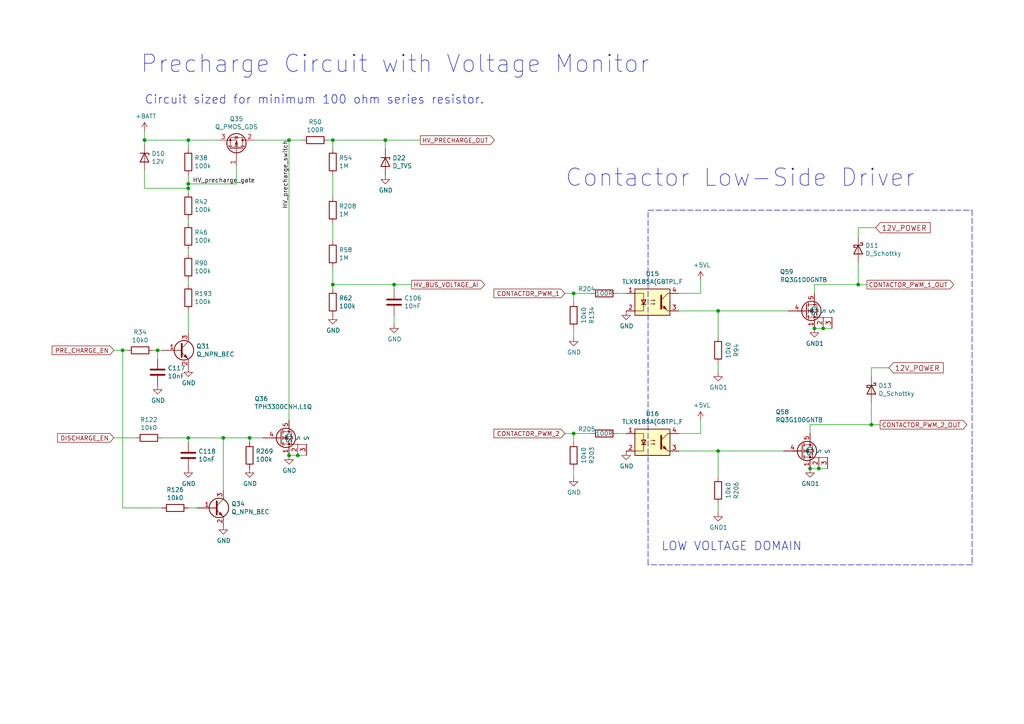
<source format=kicad_sch>
(kicad_sch (version 20211123) (generator eeschema)
  (paper "A4")
  (lib_symbols
    (symbol "Device:C" (pin_numbers hide) (pin_names (offset 0.254))
      (property "Reference" "C" (at 0.635 2.54 0))
      (property "Value" "C" (at 0.635 -2.54 0))
      (symbol "C_0_1"
        (polyline (pts (xy -2.032 -0.762) (xy 2.032 -0.762)) (stroke (width 0.508)))
        (polyline (pts (xy -2.032 0.762) (xy 2.032 0.762)) (stroke (width 0.508)))
      )
      (symbol "C_1_1"
        (pin passive line (at 0 3.81 270) (length 2.794) (name "~") (number "1"))
        (pin passive line (at 0 -3.81 90) (length 2.794) (name "~") (number "2"))
      )
    )
    (symbol "Device:D_Schottky" (pin_numbers hide) (pin_names (offset 1.016) hide)
      (property "Reference" "D" (at 0 2.54 0))
      (property "Value" "D_Schottky" (at 0 -2.54 0))
      (symbol "D_Schottky_0_1"
        (polyline (pts (xy 1.27 0) (xy -1.27 0)))
        (polyline (pts (xy 1.27 1.27) (xy 1.27 -1.27) (xy -1.27 0) (xy 1.27 1.27)) (stroke (width 0.254)))
        (polyline (pts (xy -1.905 0.635) (xy -1.905 1.27) (xy -1.27 1.27) (xy -1.27 -1.27) (xy -0.635 -1.27) (xy -0.635 -0.635)) (stroke (width 0.254)))
      )
      (symbol "D_Schottky_1_1"
        (pin passive line (at -3.81 0 0) (length 2.54) (name "K") (number "1"))
        (pin passive line (at 3.81 0 180) (length 2.54) (name "A") (number "2"))
      )
    )
    (symbol "Device:D_Zener" (pin_numbers hide) (pin_names (offset 1.016) hide)
      (property "Reference" "D" (at 0 2.54 0))
      (property "Value" "D_Zener" (at 0 -2.54 0))
      (symbol "D_Zener_0_1"
        (polyline (pts (xy 1.27 0) (xy -1.27 0)))
        (polyline (pts (xy -1.27 -1.27) (xy -1.27 1.27) (xy -0.762 1.27)) (stroke (width 0.254)))
        (polyline (pts (xy 1.27 -1.27) (xy 1.27 1.27) (xy -1.27 0) (xy 1.27 -1.27)) (stroke (width 0.254)))
      )
      (symbol "D_Zener_1_1"
        (pin passive line (at -3.81 0 0) (length 2.54) (name "K") (number "1"))
        (pin passive line (at 3.81 0 180) (length 2.54) (name "A") (number "2"))
      )
    )
    (symbol "Device:Q_NPN_BEC" (pin_names (offset 0) hide)
      (property "Reference" "Q" (at 5.08 1.27 0))
      (property "Value" "Q_NPN_BEC" (at 5.08 -1.27 0))
      (symbol "Q_NPN_BEC_0_1"
        (polyline (pts (xy 0.635 0.635) (xy 2.54 2.54)))
        (polyline (pts (xy 0.635 -0.635) (xy 2.54 -2.54) (xy 2.54 -2.54)))
        (polyline (pts (xy 0.635 1.905) (xy 0.635 -1.905) (xy 0.635 -1.905)) (stroke (width 0.508)))
        (polyline (pts (xy 1.27 -1.778) (xy 1.778 -1.27) (xy 2.286 -2.286) (xy 1.27 -1.778) (xy 1.27 -1.778)) (fill (type outline)))
        (circle (center 1.27 0) (radius 2.8194) (stroke (width 0.254)))
      )
      (symbol "Q_NPN_BEC_1_1"
        (pin input line (at -5.08 0 0) (length 5.715) (name "B") (number "1"))
        (pin passive line (at 2.54 -5.08 90) (length 2.54) (name "E") (number "2"))
        (pin passive line (at 2.54 5.08 270) (length 2.54) (name "C") (number "3"))
      )
    )
    (symbol "Device:Q_PMOS_GDS" (pin_names (offset 0) hide)
      (property "Reference" "Q" (at 5.08 1.27 0))
      (property "Value" "Q_PMOS_GDS" (at 5.08 -1.27 0))
      (symbol "Q_PMOS_GDS_0_1"
        (polyline (pts (xy 0.254 0) (xy -2.54 0)))
        (polyline (pts (xy 0.254 1.905) (xy 0.254 -1.905)) (stroke (width 0.254)))
        (polyline (pts (xy 0.762 -1.27) (xy 0.762 -2.286)) (stroke (width 0.254)))
        (polyline (pts (xy 0.762 0.508) (xy 0.762 -0.508)) (stroke (width 0.254)))
        (polyline (pts (xy 0.762 2.286) (xy 0.762 1.27)) (stroke (width 0.254)))
        (polyline (pts (xy 2.54 2.54) (xy 2.54 1.778)))
        (polyline (pts (xy 2.54 -2.54) (xy 2.54 0) (xy 0.762 0)))
        (polyline (pts (xy 0.762 1.778) (xy 3.302 1.778) (xy 3.302 -1.778) (xy 0.762 -1.778)))
        (polyline (pts (xy 2.286 0) (xy 1.27 0.381) (xy 1.27 -0.381) (xy 2.286 0)) (fill (type outline)))
        (polyline (pts (xy 2.794 -0.508) (xy 2.921 -0.381) (xy 3.683 -0.381) (xy 3.81 -0.254)))
        (polyline (pts (xy 3.302 -0.381) (xy 2.921 0.254) (xy 3.683 0.254) (xy 3.302 -0.381)))
        (circle (center 1.651 0) (radius 2.794) (stroke (width 0.254)))
        (circle (center 2.54 -1.778) (radius 0.254) (fill (type outline)))
        (circle (center 2.54 1.778) (radius 0.254) (fill (type outline)))
      )
      (symbol "Q_PMOS_GDS_1_1"
        (pin input line (at -5.08 0 0) (length 2.54) (name "G") (number "1"))
        (pin passive line (at 2.54 5.08 270) (length 2.54) (name "D") (number "2"))
        (pin passive line (at 2.54 -5.08 90) (length 2.54) (name "S") (number "3"))
      )
    )
    (symbol "Device:R" (pin_numbers hide) (pin_names (offset 0))
      (property "Reference" "R" (at 2.032 0 90))
      (property "Value" "R" (at 0 0 90))
      (symbol "R_0_1"
        (rectangle (start -1.016 -2.54) (end 1.016 2.54) (stroke (width 0.254)))
      )
      (symbol "R_1_1"
        (pin passive line (at 0 3.81 270) (length 1.27) (name "~") (number "1"))
        (pin passive line (at 0 -3.81 90) (length 1.27) (name "~") (number "2"))
      )
    )
    (symbol "ICs:Q_NMOS_SSSGD" (pin_names (offset 1.016))
      (property "Reference" "U" (at 0 0 0))
      (property "Value" "Q_NMOS_SSSGD" (at 0 0 0))
      (symbol "Q_NMOS_SSSGD_0_1"
        (polyline (pts (xy 20.32 -12.065) (xy 15.24 -12.065)))
      )
      (symbol "Q_NMOS_SSSGD_1_1"
        (polyline (pts (xy 12.954 -10.16) (xy 10.16 -10.16)))
        (polyline (pts (xy 12.954 -8.255) (xy 12.954 -12.065)) (stroke (width 0.254)))
        (polyline (pts (xy 13.462 -11.43) (xy 13.462 -12.446)) (stroke (width 0.254)))
        (polyline (pts (xy 13.462 -9.652) (xy 13.462 -10.668)) (stroke (width 0.254)))
        (polyline (pts (xy 13.462 -7.874) (xy 13.462 -8.89)) (stroke (width 0.254)))
        (polyline (pts (xy 15.24 -7.62) (xy 15.24 -8.382)))
        (polyline (pts (xy 15.24 -12.7) (xy 15.24 -10.16) (xy 13.462 -10.16)))
        (polyline (pts (xy 13.462 -11.938) (xy 16.002 -11.938) (xy 16.002 -8.382) (xy 13.462 -8.382)))
        (polyline (pts (xy 13.716 -10.16) (xy 14.732 -9.779) (xy 14.732 -10.541) (xy 13.716 -10.16)) (fill (type outline)))
        (polyline (pts (xy 15.494 -9.652) (xy 15.621 -9.779) (xy 16.383 -9.779) (xy 16.51 -9.906)))
        (polyline (pts (xy 16.002 -9.779) (xy 15.621 -10.414) (xy 16.383 -10.414) (xy 16.002 -9.779)))
        (circle (center 14.351 -10.16) (radius 2.794) (stroke (width 0.254)))
        (circle (center 15.24 -11.938) (radius 0.254) (fill (type outline)))
        (circle (center 15.24 -8.382) (radius 0.254) (fill (type outline)))
        (pin passive line (at 15.24 -15.24 90) (length 2.54) (name "S") (number "1"))
        (pin passive line (at 17.78 -15.24 90) (length 3.2512) (name "S") (number "2"))
        (pin passive line (at 20.32 -15.24 90) (length 3.2512) (name "S") (number "3"))
        (pin input line (at 7.62 -10.16 0) (length 5.08) (name "G") (number "4"))
        (pin passive line (at 15.24 -5.08 270) (length 2.54) (name "D") (number "5"))
      )
    )
    (symbol "Isolator:SFH617A-1" (pin_names (offset 1.016))
      (property "Reference" "U" (at -5.08 5.08 0))
      (property "Value" "SFH617A-1" (at 0 5.08 0))
      (symbol "SFH617A-1_0_1"
        (rectangle (start -5.08 3.81) (end 5.08 -3.81) (stroke (width 0.254)) (fill (type background)))
        (polyline (pts (xy -3.175 -0.635) (xy -1.905 -0.635)) (stroke (width 0.254)))
        (polyline (pts (xy 2.54 0.635) (xy 4.445 2.54)))
        (polyline (pts (xy 4.445 -2.54) (xy 2.54 -0.635)) (fill (type outline)))
        (polyline (pts (xy 4.445 -2.54) (xy 5.08 -2.54)))
        (polyline (pts (xy 4.445 2.54) (xy 5.08 2.54)))
        (polyline (pts (xy -2.54 -0.635) (xy -2.54 -2.54) (xy -5.08 -2.54)))
        (polyline (pts (xy 2.54 1.905) (xy 2.54 -1.905) (xy 2.54 -1.905)) (stroke (width 0.508)))
        (polyline (pts (xy -5.08 2.54) (xy -2.54 2.54) (xy -2.54 -1.27) (xy -2.54 0.635)))
        (polyline (pts (xy -2.54 -0.635) (xy -3.175 0.635) (xy -1.905 0.635) (xy -2.54 -0.635)) (stroke (width 0.254)))
        (polyline (pts (xy -0.508 -0.508) (xy 0.762 -0.508) (xy 0.381 -0.635) (xy 0.381 -0.381) (xy 0.762 -0.508)))
        (polyline (pts (xy -0.508 0.508) (xy 0.762 0.508) (xy 0.381 0.381) (xy 0.381 0.635) (xy 0.762 0.508)))
        (polyline (pts (xy 3.048 -1.651) (xy 3.556 -1.143) (xy 4.064 -2.159) (xy 3.048 -1.651) (xy 3.048 -1.651)) (fill (type outline)))
      )
      (symbol "SFH617A-1_1_1"
        (pin passive line (at -7.62 2.54 0) (length 2.54) (name "~") (number "1"))
        (pin passive line (at -7.62 -2.54 0) (length 2.54) (name "~") (number "2"))
        (pin passive line (at 7.62 -2.54 180) (length 2.54) (name "~") (number "3"))
        (pin passive line (at 7.62 2.54 180) (length 2.54) (name "~") (number "4"))
      )
    )
    (symbol "power:+5VL" (power) (pin_names (offset 0))
      (property "Value" "+5VL" (at 0 3.556 0))
      (symbol "+5VL_0_1"
        (polyline (pts (xy -0.762 1.27) (xy 0 2.54)))
        (polyline (pts (xy 0 0) (xy 0 2.54)))
        (polyline (pts (xy 0 2.54) (xy 0.762 1.27)))
      )
      (symbol "+5VL_1_1"
        (pin power_in line (at 0 0 90) (length 0) hide (name "+5VL") (number "1"))
      )
    )
    (symbol "power:+BATT" (power) (pin_names (offset 0))
      (property "Value" "+BATT" (at 0 3.556 0))
      (symbol "+BATT_0_1"
        (polyline (pts (xy -0.762 1.27) (xy 0 2.54)))
        (polyline (pts (xy 0 0) (xy 0 2.54)))
        (polyline (pts (xy 0 2.54) (xy 0.762 1.27)))
      )
      (symbol "+BATT_1_1"
        (pin power_in line (at 0 0 90) (length 0) hide (name "+BATT") (number "1"))
      )
    )
    (symbol "power:GND" (power) (pin_names (offset 0))
      (property "Value" "GND" (at 0 -3.81 0))
      (symbol "GND_0_1"
        (polyline (pts (xy 0 0) (xy 0 -1.27) (xy 1.27 -1.27) (xy 0 -2.54) (xy -1.27 -1.27) (xy 0 -1.27)))
      )
      (symbol "GND_1_1"
        (pin power_in line (at 0 0 270) (length 0) hide (name "GND") (number "1"))
      )
    )
    (symbol "power:GND1" (power) (pin_names (offset 0))
      (property "Value" "GND1" (at 0 -3.81 0))
      (symbol "GND1_0_1"
        (polyline (pts (xy 0 0) (xy 0 -1.27) (xy 1.27 -1.27) (xy 0 -2.54) (xy -1.27 -1.27) (xy 0 -1.27)))
      )
      (symbol "GND1_1_1"
        (pin power_in line (at 0 0 270) (length 0) hide (name "GND1") (number "1"))
      )
    )
  )
  (junction (at 166.37 125.73))
  (junction (at 35.56 101.6))
  (junction (at 54.61 40.64))
  (junction (at 64.77 127))
  (junction (at 41.91 40.64))
  (junction (at 111.76 40.64))
  (junction (at 248.92 82.55))
  (junction (at 166.37 85.09))
  (junction (at 96.52 40.64))
  (junction (at 54.61 53.34))
  (junction (at 72.39 127))
  (junction (at 208.28 130.81))
  (junction (at 54.61 54.61))
  (junction (at 208.28 90.17))
  (junction (at 234.95 135.89))
  (junction (at 83.82 132.08))
  (junction (at 86.36 132.08))
  (junction (at 238.76 95.25))
  (junction (at 83.82 40.64))
  (junction (at 54.61 127))
  (junction (at 96.52 82.55))
  (junction (at 114.3 82.55))
  (junction (at 252.73 123.19))
  (junction (at 45.72 101.6))
  (junction (at 237.49 135.89))
  (junction (at 236.22 95.25))
  (wire (pts (xy 251.46 82.55) (xy 248.92 82.55)))
  (wire (pts (xy 248.92 66.04) (xy 248.92 68.58)))
  (wire (pts (xy 252.73 116.84) (xy 252.73 123.19)))
  (wire (pts (xy 96.52 40.64) (xy 96.52 43.18)))
  (wire (pts (xy 72.39 128.27) (xy 72.39 127)))
  (wire (pts (xy 237.49 135.89) (xy 240.03 135.89)))
  (wire (pts (xy 83.82 121.92) (xy 83.82 40.64)))
  (wire (pts (xy 83.82 40.64) (xy 87.63 40.64)))
  (wire (pts (xy 54.61 50.8) (xy 54.61 53.34)))
  (wire (pts (xy 54.61 53.34) (xy 54.61 54.61)))
  (wire (pts (xy 234.95 123.19) (xy 252.73 123.19)))
  (wire (pts (xy 254 66.04) (xy 248.92 66.04)))
  (wire (pts (xy 33.02 127) (xy 39.37 127)))
  (wire (pts (xy 45.72 101.6) (xy 44.45 101.6)))
  (wire (pts (xy 111.76 40.64) (xy 121.92 40.64)))
  (wire (pts (xy 203.2 81.28) (xy 203.2 85.09)))
  (wire (pts (xy 41.91 41.91) (xy 41.91 40.64)))
  (wire (pts (xy 54.61 127) (xy 64.77 127)))
  (wire (pts (xy 248.92 76.2) (xy 248.92 82.55)))
  (wire (pts (xy 35.56 101.6) (xy 35.56 147.32)))
  (wire (pts (xy 54.61 73.66) (xy 54.61 72.39)))
  (wire (pts (xy 234.95 123.19) (xy 234.95 125.73)))
  (wire (pts (xy 96.52 40.64) (xy 95.25 40.64)))
  (wire (pts (xy 46.99 127) (xy 54.61 127)))
  (wire (pts (xy 73.66 40.64) (xy 83.82 40.64)))
  (polyline (pts (xy 187.96 163.83) (xy 187.96 60.96)))
  (wire (pts (xy 54.61 82.55) (xy 54.61 81.28)))
  (wire (pts (xy 166.37 95.25) (xy 166.37 97.79)))
  (wire (pts (xy 255.27 123.19) (xy 252.73 123.19)))
  (wire (pts (xy 196.85 130.81) (xy 208.28 130.81)))
  (wire (pts (xy 166.37 85.09) (xy 171.45 85.09)))
  (wire (pts (xy 208.28 90.17) (xy 228.6 90.17)))
  (wire (pts (xy 54.61 54.61) (xy 54.61 55.88)))
  (wire (pts (xy 238.76 95.25) (xy 241.3 95.25)))
  (wire (pts (xy 41.91 54.61) (xy 41.91 49.53)))
  (wire (pts (xy 111.76 43.18) (xy 111.76 40.64)))
  (wire (pts (xy 96.52 77.47) (xy 96.52 82.55)))
  (wire (pts (xy 96.52 50.8) (xy 96.52 57.15)))
  (wire (pts (xy 208.28 146.05) (xy 208.28 148.59)))
  (wire (pts (xy 41.91 40.64) (xy 41.91 38.1)))
  (wire (pts (xy 68.58 53.34) (xy 68.58 48.26)))
  (wire (pts (xy 72.39 127) (xy 76.2 127)))
  (wire (pts (xy 114.3 91.44) (xy 114.3 93.98)))
  (wire (pts (xy 41.91 40.64) (xy 54.61 40.64)))
  (wire (pts (xy 252.73 106.68) (xy 252.73 109.22)))
  (wire (pts (xy 236.22 95.25) (xy 238.76 95.25)))
  (wire (pts (xy 203.2 85.09) (xy 196.85 85.09)))
  (wire (pts (xy 163.83 85.09) (xy 166.37 85.09)))
  (wire (pts (xy 54.61 128.27) (xy 54.61 127)))
  (wire (pts (xy 96.52 82.55) (xy 114.3 82.55)))
  (wire (pts (xy 166.37 135.89) (xy 166.37 138.43)))
  (wire (pts (xy 83.82 132.08) (xy 86.36 132.08)))
  (wire (pts (xy 35.56 101.6) (xy 36.83 101.6)))
  (wire (pts (xy 64.77 127) (xy 64.77 142.24)))
  (wire (pts (xy 46.99 101.6) (xy 45.72 101.6)))
  (wire (pts (xy 86.36 132.08) (xy 88.9 132.08)))
  (wire (pts (xy 119.38 82.55) (xy 114.3 82.55)))
  (wire (pts (xy 236.22 82.55) (xy 236.22 85.09)))
  (wire (pts (xy 208.28 90.17) (xy 208.28 97.79)))
  (polyline (pts (xy 187.96 60.96) (xy 281.94 60.96)))
  (polyline (pts (xy 281.94 163.83) (xy 187.96 163.83)))
  (wire (pts (xy 179.07 85.09) (xy 181.61 85.09)))
  (wire (pts (xy 96.52 40.64) (xy 111.76 40.64)))
  (polyline (pts (xy 281.94 60.96) (xy 281.94 163.83)))
  (wire (pts (xy 236.22 82.55) (xy 248.92 82.55)))
  (wire (pts (xy 208.28 130.81) (xy 227.33 130.81)))
  (wire (pts (xy 208.28 105.41) (xy 208.28 107.95)))
  (wire (pts (xy 45.72 101.6) (xy 45.72 104.14)))
  (wire (pts (xy 163.83 125.73) (xy 166.37 125.73)))
  (wire (pts (xy 54.61 53.34) (xy 68.58 53.34)))
  (wire (pts (xy 64.77 127) (xy 72.39 127)))
  (wire (pts (xy 54.61 54.61) (xy 41.91 54.61)))
  (wire (pts (xy 196.85 90.17) (xy 208.28 90.17)))
  (wire (pts (xy 179.07 125.73) (xy 181.61 125.73)))
  (wire (pts (xy 35.56 147.32) (xy 46.99 147.32)))
  (wire (pts (xy 96.52 82.55) (xy 96.52 83.82)))
  (wire (pts (xy 114.3 83.82) (xy 114.3 82.55)))
  (wire (pts (xy 54.61 40.64) (xy 63.5 40.64)))
  (wire (pts (xy 54.61 43.18) (xy 54.61 40.64)))
  (wire (pts (xy 96.52 64.77) (xy 96.52 69.85)))
  (wire (pts (xy 54.61 147.32) (xy 57.15 147.32)))
  (wire (pts (xy 203.2 125.73) (xy 196.85 125.73)))
  (wire (pts (xy 234.95 135.89) (xy 237.49 135.89)))
  (wire (pts (xy 257.81 106.68) (xy 252.73 106.68)))
  (wire (pts (xy 33.02 101.6) (xy 35.56 101.6)))
  (wire (pts (xy 166.37 128.27) (xy 166.37 125.73)))
  (wire (pts (xy 54.61 96.52) (xy 54.61 90.17)))
  (wire (pts (xy 166.37 125.73) (xy 171.45 125.73)))
  (wire (pts (xy 208.28 130.81) (xy 208.28 138.43)))
  (wire (pts (xy 166.37 87.63) (xy 166.37 85.09)))
  (wire (pts (xy 54.61 63.5) (xy 54.61 64.77)))
  (wire (pts (xy 203.2 121.92) (xy 203.2 125.73)))
  (text "Contactor Low-Side Driver" (at 163.83 54.61 0) (effects (font (size 5.0038 5.0038)) (justify left bottom)))
  (text "Precharge Circuit with Voltage Monitor" (at 40.64 21.59 0) (effects (font (size 5.0038 5.0038)) (justify left bottom)))
  (text "LOW VOLTAGE DOMAIN" (at 191.77 160.02 0) (effects (font (size 2.4892 2.4892)) (justify left bottom)))
  (text "Circuit sized for minimum 100 ohm series resistor." (at 41.91 30.48 0) (effects (font (size 2.4892 2.4892)) (justify left bottom)))
  (label "HV_precharge_gate" (at 55.88 53.34 0))
  (label "HV_precharge_switch" (at 83.82 40.64 270))
  (global_label "12V_POWER" (shape input) (at 257.81 106.68 0) (effects (font (size 1.4986 1.4986))) (property "Intersheet References" "${INTERSHEET_REFS}" (effects hide)))
  (global_label "12V_POWER" (shape input) (at 254 66.04 0) (effects (font (size 1.4986 1.4986))) (property "Intersheet References" "${INTERSHEET_REFS}" (effects hide)))
  (global_label "CONTACTOR_PWM_1" (shape input) (at 163.83 85.09 180) (property "Intersheet References" "${INTERSHEET_REFS}" (effects hide)))
  (global_label "CONTACTOR_PWM_2" (shape input) (at 163.83 125.73 180) (property "Intersheet References" "${INTERSHEET_REFS}" (effects hide)))
  (global_label "CONTACTOR_PWM_1_OUT" (shape output) (at 251.46 82.55 0) (property "Intersheet References" "${INTERSHEET_REFS}" (effects hide)))
  (global_label "DISCHARGE_EN" (shape input) (at 33.02 127 180) (property "Intersheet References" "${INTERSHEET_REFS}" (effects hide)))
  (global_label "HV_BUS_VOLTAGE_AI" (shape output) (at 119.38 82.55 0) (property "Intersheet References" "${INTERSHEET_REFS}" (effects hide)))
  (global_label "CONTACTOR_PWM_2_OUT" (shape output) (at 255.27 123.19 0) (property "Intersheet References" "${INTERSHEET_REFS}" (effects hide)))
  (global_label "PRE_CHARGE_EN" (shape input) (at 33.02 101.6 180) (property "Intersheet References" "${INTERSHEET_REFS}" (effects hide)))
  (global_label "HV_PRECHARGE_OUT" (shape output) (at 121.92 40.64 0) (property "Intersheet References" "${INTERSHEET_REFS}" (effects hide)))
  (symbol (lib_id "power:+BATT") (at 41.91 38.1 0) (unit 1)
    (property "Reference" "#PWR0160" (effects hide))
    (property "Value" "+BATT" (at 42.291 33.7058 0))
  )
  (symbol (lib_id "Device:R") (at 91.44 40.64 270) (unit 1)
    (property "Reference" "R50" (at 91.44 35.3822 90))
    (property "Value" "100R" (at 91.44 37.6936 90))
    (property "Footprint" "Resistor_THT:R_Axial_Power_L50.0mm_W9.0mm_P55.88mm" (effects hide))
    (property "Datasheet" "https://www.yageo.com/upload/media/product/productsearch/datasheet/lr/YAGEO%20SQP_NSP_datasheet_2021v0.pdf" (effects hide))
    (property "MPN" "SQP10AJB-100R" (effects hide))
    (property "Part Number" "SQP10AJB-100R" (effects hide))
    (property "Digikey_PN" "100W-10-ND" (effects hide))
  )
  (symbol (lib_id "Device:R") (at 54.61 46.99 180) (unit 1)
    (property "Reference" "R38" (at 56.388 45.8216 0) (effects (justify right)))
    (property "Value" "100k" (at 56.388 48.133 0) (effects (justify right)))
    (property "Footprint" "Resistor_SMD:R_0603_1608Metric" (effects hide))
    (property "Datasheet" "https://www.seielect.com/catalog/sei-rmcf_rmcp.pdf" (effects hide))
    (property "MPN" "RMCF0603FT100K" (effects hide))
    (property "Part Number" "RMCF0603FT100K" (effects hide))
    (property "Digikey_PN" "RMCF0603FT100KCT-ND" (effects hide))
  )
  (symbol (lib_id "Device:R") (at 54.61 59.69 180) (unit 1)
    (property "Reference" "R42" (at 56.388 58.5216 0) (effects (justify right)))
    (property "Value" "100k" (at 56.388 60.833 0) (effects (justify right)))
    (property "Footprint" "Resistor_SMD:R_0603_1608Metric" (effects hide))
    (property "Datasheet" "https://www.seielect.com/catalog/sei-rmcf_rmcp.pdf" (effects hide))
    (property "MPN" "RMCF0603FT100K" (effects hide))
    (property "Part Number" "RMCF0603FT100K" (effects hide))
    (property "Digikey_PN" "RMCF0603FT100KCT-ND" (effects hide))
  )
  (symbol (lib_id "Device:R") (at 54.61 68.58 180) (unit 1)
    (property "Reference" "R46" (at 56.388 67.4116 0) (effects (justify right)))
    (property "Value" "100k" (at 56.388 69.723 0) (effects (justify right)))
    (property "Footprint" "Resistor_SMD:R_0603_1608Metric" (effects hide))
    (property "Datasheet" "https://www.seielect.com/catalog/sei-rmcf_rmcp.pdf" (effects hide))
    (property "MPN" "RMCF0603FT100K" (effects hide))
    (property "Part Number" "RMCF0603FT100K" (effects hide))
    (property "Digikey_PN" "RMCF0603FT100KCT-ND" (effects hide))
  )
  (symbol (lib_id "power:GND") (at 54.61 106.68 0) (unit 1)
    (property "Reference" "#PWR0161" (effects hide))
    (property "Value" "GND" (at 54.737 111.0742 0))
  )
  (symbol (lib_id "Device:R") (at 40.64 101.6 270) (unit 1)
    (property "Reference" "R34" (at 40.64 96.3422 90))
    (property "Value" "10k0" (at 40.64 98.6536 90))
    (property "Footprint" "Resistor_SMD:R_0603_1608Metric" (effects hide))
    (property "Datasheet" "http://www.yageo.com/NewPortal/yageodocoutput?fileName=/pdf/R-Chip/PYu-AC_51_RoHS_L_6.pdf" (effects hide))
    (property "MPN" "AC0603FR-0710KL" (effects hide))
    (property "Part Number" "AC0603FR-0710KL" (effects hide))
    (property "Digikey_PN" "311-10KLDCT-ND" (effects hide))
  )
  (symbol (lib_id "Device:R") (at 96.52 46.99 180) (unit 1)
    (property "Reference" "R54" (at 98.298 45.8216 0) (effects (justify right)))
    (property "Value" "1M" (at 98.298 48.133 0) (effects (justify right)))
    (property "Footprint" "Resistor_SMD:R_0603_1608Metric" (effects hide))
    (property "Datasheet" "http://www.yageo.com/NewPortal/yageodocoutput?fileName=/pdf/R-Chip/PYu-AC_51_RoHS_L_6.pdf" (effects hide))
    (property "DNP" "< ... >" (effects hide))
    (property "MPN" "AC0603FR-071ML" (effects hide))
    (property "Part Number" "AC0603FR-071ML" (effects hide))
    (property "Digikey_PN" "311-1MLDCT-ND" (effects hide))
  )
  (symbol (lib_id "Device:R") (at 96.52 73.66 180) (unit 1)
    (property "Reference" "R58" (at 98.298 72.4916 0) (effects (justify right)))
    (property "Value" "1M" (at 98.298 74.803 0) (effects (justify right)))
    (property "Footprint" "Resistor_SMD:R_0603_1608Metric" (effects hide))
    (property "Datasheet" "http://www.yageo.com/NewPortal/yageodocoutput?fileName=/pdf/R-Chip/PYu-AC_51_RoHS_L_6.pdf" (effects hide))
    (property "DNP" "< ... >" (effects hide))
    (property "MPN" "AC0603FR-071ML" (effects hide))
    (property "Part Number" "AC0603FR-071ML" (effects hide))
    (property "Digikey_PN" "311-1MLDCT-ND" (effects hide))
  )
  (symbol (lib_id "Device:R") (at 96.52 87.63 180) (unit 1)
    (property "Reference" "R62" (at 98.298 86.4616 0) (effects (justify right)))
    (property "Value" "100k" (at 98.298 88.773 0) (effects (justify right)))
    (property "Footprint" "Resistor_SMD:R_0603_1608Metric" (effects hide))
    (property "Datasheet" "https://www.seielect.com/catalog/sei-rmcf_rmcp.pdf" (effects hide))
    (property "MPN" "RMCF0603FT100K" (effects hide))
    (property "Part Number" "RMCF0603FT100K" (effects hide))
    (property "Digikey_PN" "RMCF0603FT100KCT-ND" (effects hide))
  )
  (symbol (lib_id "power:GND") (at 96.52 91.44 0) (unit 1)
    (property "Reference" "#PWR0162" (effects hide))
    (property "Value" "GND" (at 96.647 95.8342 0))
  )
  (symbol (lib_id "Device:C") (at 114.3 87.63 0) (unit 1)
    (property "Reference" "C106" (at 117.221 86.4616 0) (effects (justify left)))
    (property "Value" "10nF" (at 117.221 88.773 0) (effects (justify left)))
    (property "Footprint" "Capacitor_SMD:C_0603_1608Metric" (effects hide))
    (property "MPN" "GCM188R72A103KA37D" (effects hide))
    (property "Part Number" "GCM188R72A103KA37D" (effects hide))
    (property "Digikey_PN" "490-4781-1-ND" (effects hide))
  )
  (symbol (lib_id "power:GND") (at 114.3 93.98 0) (unit 1)
    (property "Reference" "#PWR0163" (effects hide))
    (property "Value" "GND" (at 114.427 98.3742 0))
  )
  (symbol (lib_id "Device:Q_NPN_BEC") (at 52.07 101.6 0) (unit 1)
    (property "Reference" "Q31" (at 56.9214 100.4316 0) (effects (justify left)))
    (property "Value" "Q_NPN_BEC" (at 56.9214 102.743 0) (effects (justify left)))
    (property "Footprint" "Package_TO_SOT_SMD:SOT-23" (effects hide))
    (property "Datasheet" "https://www.diodes.com/assets/Datasheets/ds30062.pdf" (effects hide))
    (property "Part Number" "MMBTA42-7-F" (effects hide))
    (property "MPN" "MMBTA42-7-F" (effects hide))
    (property "Digikey_PN" "FMMTA42CT-ND" (effects hide))
  )
  (symbol (lib_id "Device:R") (at 208.28 101.6 180) (unit 1)
    (property "Reference" "R94" (at 213.5378 101.6 90))
    (property "Value" "10k0" (at 211.2264 101.6 90))
    (property "Footprint" "Resistor_SMD:R_0603_1608Metric" (effects hide))
    (property "Datasheet" "http://www.yageo.com/NewPortal/yageodocoutput?fileName=/pdf/R-Chip/PYu-AC_51_RoHS_L_6.pdf" (effects hide))
    (property "MPN" "AC0603FR-0710KL" (effects hide))
    (property "Part Number" "AC0603FR-0710KL" (effects hide))
    (property "Digikey_PN" "311-10KLDCT-ND" (effects hide))
  )
  (symbol (lib_id "Isolator:SFH617A-1") (at 189.23 87.63 0) (unit 1)
    (property "Reference" "U15" (at 189.23 79.375 0))
    (property "Value" "TLX9185A(GBTPL,F" (at 189.23 81.6864 0))
    (property "Footprint" "Package_SO:SO-4_4.4x3.9mm_P2.54mm" (effects hide))
    (property "Datasheet" "file:///C:/Users/kid%20group/Downloads/TLX9185A_datasheet_en_20190628.pdf" (effects hide))
    (property "Part Number" "TLX9185A(GBTPL,F" (effects hide))
    (property "Digikey_PN" "264-TLX9185A(GBTPLFCT-ND" (effects hide))
  )
  (symbol (lib_id "power:GND") (at 166.37 97.79 0) (unit 1)
    (property "Reference" "#PWR0203" (effects hide))
    (property "Value" "GND" (at 166.497 102.1842 0))
  )
  (symbol (lib_id "power:+5VL") (at 203.2 81.28 0) (unit 1)
    (property "Reference" "#PWR0204" (effects hide))
    (property "Value" "+5VL" (at 203.581 76.8858 0))
  )
  (symbol (lib_id "Device:R") (at 208.28 142.24 180) (unit 1)
    (property "Reference" "R206" (at 213.5378 142.24 90))
    (property "Value" "10k0" (at 211.2264 142.24 90))
    (property "Footprint" "Resistor_SMD:R_0603_1608Metric" (effects hide))
    (property "Datasheet" "http://www.yageo.com/NewPortal/yageodocoutput?fileName=/pdf/R-Chip/PYu-AC_51_RoHS_L_6.pdf" (effects hide))
    (property "MPN" "AC0603FR-0710KL" (effects hide))
    (property "Part Number" "AC0603FR-0710KL" (effects hide))
    (property "Digikey_PN" "311-10KLDCT-ND" (effects hide))
  )
  (symbol (lib_id "power:GND") (at 181.61 130.81 0) (unit 1)
    (property "Reference" "#PWR0205" (effects hide))
    (property "Value" "GND" (at 181.737 135.2042 0))
  )
  (symbol (lib_id "Device:R") (at 175.26 125.73 270) (unit 1)
    (property "Reference" "R205" (at 170.18 124.46 90))
    (property "Value" "100R" (at 175.26 125.73 90))
    (property "Footprint" "Resistor_SMD:R_0603_1608Metric" (effects hide))
    (property "MPN" "AC0603FR-07100RL" (effects hide))
    (property "populate" "y" (effects hide))
    (property "Part Number" "AC0603FR-07100RL" (effects hide))
    (property "Digikey_PN" "YAG3561CT-ND" (effects hide))
  )
  (symbol (lib_id "power:GND1") (at 208.28 148.59 0) (unit 1)
    (property "Reference" "#PWR0206" (effects hide))
    (property "Value" "GND1" (at 208.407 152.9842 0))
  )
  (symbol (lib_id "power:GND1") (at 234.95 135.89 0) (unit 1)
    (property "Reference" "#PWR0207" (effects hide))
    (property "Value" "GND1" (at 235.077 140.2842 0))
  )
  (symbol (lib_id "Device:R") (at 166.37 132.08 180) (unit 1)
    (property "Reference" "R203" (at 171.6278 132.08 90))
    (property "Value" "10k0" (at 169.3164 132.08 90))
    (property "Footprint" "Resistor_SMD:R_0603_1608Metric" (effects hide))
    (property "Datasheet" "http://www.yageo.com/NewPortal/yageodocoutput?fileName=/pdf/R-Chip/PYu-AC_51_RoHS_L_6.pdf" (effects hide))
    (property "MPN" "AC0603FR-0710KL" (effects hide))
    (property "Part Number" "AC0603FR-0710KL" (effects hide))
    (property "Digikey_PN" "311-10KLDCT-ND" (effects hide))
  )
  (symbol (lib_id "Isolator:SFH617A-1") (at 189.23 128.27 0) (unit 1)
    (property "Reference" "U16" (at 189.23 120.015 0))
    (property "Value" "TLX9185A(GBTPL,F" (at 189.23 122.3264 0))
    (property "Footprint" "Package_SO:SO-4_4.4x3.9mm_P2.54mm" (effects hide))
    (property "Datasheet" "file:///C:/Users/kid%20group/Downloads/TLX9185A_datasheet_en_20190628.pdf" (effects hide))
    (property "Part Number" "TLX9185A(GBTPL,F" (effects hide))
    (property "Digikey_PN" "264-TLX9185A(GBTPLFCT-ND" (effects hide))
  )
  (symbol (lib_id "power:GND") (at 166.37 138.43 0) (unit 1)
    (property "Reference" "#PWR0208" (effects hide))
    (property "Value" "GND" (at 166.497 142.8242 0))
  )
  (symbol (lib_id "power:+5VL") (at 203.2 121.92 0) (unit 1)
    (property "Reference" "#PWR0209" (effects hide))
    (property "Value" "+5VL" (at 203.581 117.5258 0))
  )
  (symbol (lib_id "Device:R") (at 175.26 85.09 270) (unit 1)
    (property "Reference" "R204" (at 170.18 83.82 90))
    (property "Value" "100R" (at 175.26 85.09 90))
    (property "Footprint" "Resistor_SMD:R_0603_1608Metric" (effects hide))
    (property "MPN" "AC0603FR-07100RL" (effects hide))
    (property "populate" "y" (effects hide))
    (property "Part Number" "AC0603FR-07100RL" (effects hide))
    (property "Digikey_PN" "YAG3561CT-ND" (effects hide))
  )
  (symbol (lib_id "power:GND") (at 181.61 90.17 0) (unit 1)
    (property "Reference" "#PWR0200" (effects hide))
    (property "Value" "GND" (at 181.737 94.5642 0))
  )
  (symbol (lib_id "power:GND1") (at 208.28 107.95 0) (unit 1)
    (property "Reference" "#PWR0201" (effects hide))
    (property "Value" "GND1" (at 208.407 112.3442 0))
  )
  (symbol (lib_id "Device:R") (at 166.37 91.44 180) (unit 1)
    (property "Reference" "R134" (at 171.6278 91.44 90))
    (property "Value" "10k0" (at 169.3164 91.44 90))
    (property "Footprint" "Resistor_SMD:R_0603_1608Metric" (effects hide))
    (property "Datasheet" "http://www.yageo.com/NewPortal/yageodocoutput?fileName=/pdf/R-Chip/PYu-AC_51_RoHS_L_6.pdf" (effects hide))
    (property "MPN" "AC0603FR-0710KL" (effects hide))
    (property "Part Number" "AC0603FR-0710KL" (effects hide))
    (property "Digikey_PN" "311-10KLDCT-ND" (effects hide))
  )
  (symbol (lib_id "Device:R") (at 72.39 132.08 180) (unit 1)
    (property "Reference" "R269" (at 74.168 130.9116 0) (effects (justify right)))
    (property "Value" "100k" (at 74.168 133.223 0) (effects (justify right)))
    (property "Footprint" "Resistor_SMD:R_0603_1608Metric" (effects hide))
    (property "Datasheet" "https://www.seielect.com/catalog/sei-rmcf_rmcp.pdf" (effects hide))
    (property "MPN" "RMCF0603FT100K" (effects hide))
    (property "Part Number" "RMCF0603FT100K" (effects hide))
    (property "Digikey_PN" "RMCF0603FT100KCT-ND" (effects hide))
  )
  (symbol (lib_id "power:GND") (at 72.39 135.89 0) (unit 1)
    (property "Reference" "#PWR010" (effects hide))
    (property "Value" "GND" (at 72.517 140.2842 0))
  )
  (symbol (lib_id "ICs:Q_NMOS_SSSGD") (at 219.71 120.65 0) (unit 1)
    (property "Reference" "Q58" (at 224.917 119.4816 0) (effects (justify left)))
    (property "Value" "RQ3G100GNTB" (at 224.917 121.793 0) (effects (justify left)))
    (property "Footprint" "Package_TO_SOT_SMD:LFPAK33" (effects hide))
    (property "Datasheet" "https://fscdn.rohm.com/en/products/databook/datasheet/discrete/transistor/mosfet/rq3g100gntb-e.pdf" (effects hide))
    (property "Part Number" "RQ3G100GNTB" (effects hide))
    (property "MPN" "RQ3G100GNTB" (effects hide))
    (property "Digikey_PN" "RQ3G100GNTBCT-ND" (effects hide))
  )
  (symbol (lib_id "power:GND1") (at 236.22 95.25 0) (unit 1)
    (property "Reference" "#PWR03" (effects hide))
    (property "Value" "GND1" (at 236.347 99.6442 0))
  )
  (symbol (lib_id "ICs:Q_NMOS_SSSGD") (at 220.98 80.01 0) (unit 1)
    (property "Reference" "Q59" (at 226.187 78.8416 0) (effects (justify left)))
    (property "Value" "RQ3G100GNTB" (at 226.187 81.153 0) (effects (justify left)))
    (property "Footprint" "Package_TO_SOT_SMD:LFPAK33" (effects hide))
    (property "Datasheet" "https://fscdn.rohm.com/en/products/databook/datasheet/discrete/transistor/mosfet/rq3g100gntb-e.pdf" (effects hide))
    (property "Part Number" "RQ3G100GNTB" (effects hide))
    (property "MPN" "RQ3G100GNTB" (effects hide))
    (property "Digikey_PN" "RQ3G100GNTBCT-ND" (effects hide))
  )
  (symbol (lib_id "Device:Q_NPN_BEC") (at 62.23 147.32 0) (unit 1)
    (property "Reference" "Q34" (at 67.0814 146.1516 0) (effects (justify left)))
    (property "Value" "Q_NPN_BEC" (at 67.0814 148.463 0) (effects (justify left)))
    (property "Footprint" "Package_TO_SOT_SMD:SOT-23" (effects hide))
    (property "Datasheet" "https://www.diodes.com/assets/Datasheets/ds30062.pdf" (effects hide))
    (property "Part Number" "MMBTA42-7-F" (effects hide))
    (property "MPN" "MMBTA42-7-F" (effects hide))
    (property "Digikey_PN" "FMMTA42CT-ND" (effects hide))
  )
  (symbol (lib_id "power:GND") (at 64.77 152.4 0) (unit 1)
    (property "Reference" "#PWR052" (effects hide))
    (property "Value" "GND" (at 64.897 156.7942 0))
  )
  (symbol (lib_id "Device:R") (at 50.8 147.32 270) (unit 1)
    (property "Reference" "R126" (at 50.8 142.0622 90))
    (property "Value" "10k0" (at 50.8 144.3736 90))
    (property "Footprint" "Resistor_SMD:R_0603_1608Metric" (effects hide))
    (property "Datasheet" "http://www.yageo.com/NewPortal/yageodocoutput?fileName=/pdf/R-Chip/PYu-AC_51_RoHS_L_6.pdf" (effects hide))
    (property "MPN" "AC0603FR-0710KL" (effects hide))
    (property "Part Number" "AC0603FR-0710KL" (effects hide))
    (property "Digikey_PN" "311-10KLDCT-ND" (effects hide))
  )
  (symbol (lib_id "Device:R") (at 43.18 127 270) (unit 1)
    (property "Reference" "R122" (at 43.18 121.7422 90))
    (property "Value" "10k0" (at 43.18 124.0536 90))
    (property "Footprint" "Resistor_SMD:R_0603_1608Metric" (effects hide))
    (property "Datasheet" "http://www.yageo.com/NewPortal/yageodocoutput?fileName=/pdf/R-Chip/PYu-AC_51_RoHS_L_6.pdf" (effects hide))
    (property "MPN" "AC0603FR-0710KL" (effects hide))
    (property "Part Number" "AC0603FR-0710KL" (effects hide))
    (property "Digikey_PN" "311-10KLDCT-ND" (effects hide))
  )
  (symbol (lib_id "power:GND") (at 83.82 132.08 0) (unit 1)
    (property "Reference" "#PWR053" (effects hide))
    (property "Value" "GND" (at 83.947 136.4742 0))
  )
  (symbol (lib_id "ICs:Q_NMOS_SSSGD") (at 68.58 116.84 0) (unit 1)
    (property "Reference" "Q36" (at 73.787 115.6716 0) (effects (justify left)))
    (property "Value" "TPH3300CNH,L1Q" (at 73.787 117.983 0) (effects (justify left)))
    (property "Footprint" "Package_SO:PowerPAK_SO-8_Single" (effects hide))
    (property "Datasheet" "file:///C:/Users/kid%20group/Downloads/TPH3300CNH_datasheet_en_20140225.pdf" (effects hide))
    (property "Part Number" "TPH3300CNH,L1Q" (effects hide))
    (property "MPN" "TPH3300CNH,L1Q" (effects hide))
    (property "Digikey_PN" "TPH3300CNHL1QCT-ND" (effects hide))
  )
  (symbol (lib_id "Device:Q_PMOS_GDS") (at 68.58 43.18 270) (mirror x) (unit 1)
    (property "Reference" "Q35" (at 68.58 34.4932 90))
    (property "Value" "Q_PMOS_GDS" (at 68.58 36.8046 90))
    (property "Footprint" "Package_TO_SOT_SMD:TO-263-2" (effects hide))
    (property "Datasheet" "https://www.onsemi.com/pdf/datasheet/fqb12p20-d.pdf" (effects hide))
    (property "Part Number" "FQB12P20TM" (effects hide))
    (property "MPN" "FQB12P20TM" (effects hide))
    (property "Digikey_PN" "FQB12P20TMCT-ND" (effects hide))
  )
  (symbol (lib_id "Device:C") (at 54.61 132.08 0) (unit 1)
    (property "Reference" "C118" (at 57.531 130.9116 0) (effects (justify left)))
    (property "Value" "10nF" (at 57.531 133.223 0) (effects (justify left)))
    (property "Footprint" "Capacitor_SMD:C_0603_1608Metric" (effects hide))
    (property "MPN" "GCM188R72A103KA37D" (effects hide))
    (property "Part Number" "GCM188R72A103KA37D" (effects hide))
    (property "Digikey_PN" "490-4781-1-ND" (effects hide))
  )
  (symbol (lib_id "power:GND") (at 54.61 135.89 0) (unit 1)
    (property "Reference" "#PWR051" (effects hide))
    (property "Value" "GND" (at 54.737 140.2842 0))
  )
  (symbol (lib_id "Device:D_Zener") (at 41.91 45.72 270) (unit 1)
    (property "Reference" "D10" (at 43.942 44.5516 90) (effects (justify left)))
    (property "Value" "12V" (at 43.942 46.863 90) (effects (justify left)))
    (property "Footprint" "Diode_SMD:D_SOD-323F" (effects hide))
    (property "Datasheet" "https://www.onsemi.com/pdf/datasheet/mm3z9v1c-d.pdf" (effects hide))
    (property "MPN" "MM3Z12VC" (effects hide))
    (property "Part Number" "MM3Z12VC" (effects hide))
    (property "Digikey_PN" "MM3Z12VCCT-ND" (effects hide))
  )
  (symbol (lib_id "Device:C") (at 45.72 107.95 0) (unit 1)
    (property "Reference" "C117" (at 48.641 106.7816 0) (effects (justify left)))
    (property "Value" "10nF" (at 48.641 109.093 0) (effects (justify left)))
    (property "Footprint" "Capacitor_SMD:C_0603_1608Metric" (effects hide))
    (property "MPN" "GCM188R72A103KA37D" (effects hide))
    (property "Part Number" "GCM188R72A103KA37D" (effects hide))
    (property "Digikey_PN" "490-4781-1-ND" (effects hide))
  )
  (symbol (lib_id "power:GND") (at 45.72 111.76 0) (unit 1)
    (property "Reference" "#PWR050" (effects hide))
    (property "Value" "GND" (at 45.847 116.1542 0))
  )
  (symbol (lib_id "Device:D_Schottky") (at 248.92 72.39 270) (unit 1)
    (property "Reference" "D11" (at 250.952 71.2216 90) (effects (justify left)))
    (property "Value" "D_Schottky" (at 250.952 73.533 90) (effects (justify left)))
    (property "Footprint" "Diode_SMD:D_SMA" (effects hide))
    (property "Datasheet" "https://www.st.com/content/ccc/resource/technical/document/datasheet/c8/2f/54/15/4c/14/44/bb/CD00003321.pdf/files/CD00003321.pdf/jcr:content/translations/en.CD00003321.pdf" (effects hide))
    (property "Part Number" "STPS1150A" (effects hide))
    (property "MPN" "STPS1150A" (effects hide))
    (property "Digikey_PN" "497-7545-1-ND" (effects hide))
  )
  (symbol (lib_id "Device:D_Schottky") (at 252.73 113.03 270) (unit 1)
    (property "Reference" "D13" (at 254.762 111.8616 90) (effects (justify left)))
    (property "Value" "D_Schottky" (at 254.762 114.173 90) (effects (justify left)))
    (property "Footprint" "Diode_SMD:D_SMA" (effects hide))
    (property "Datasheet" "https://www.st.com/content/ccc/resource/technical/document/datasheet/c8/2f/54/15/4c/14/44/bb/CD00003321.pdf/files/CD00003321.pdf/jcr:content/translations/en.CD00003321.pdf" (effects hide))
    (property "Part Number" "STPS1150A" (effects hide))
    (property "MPN" "STPS1150A" (effects hide))
    (property "Digikey_PN" "497-7545-1-ND" (effects hide))
  )
  (symbol (lib_id "Device:R") (at 96.52 60.96 180) (unit 1)
    (property "Reference" "R208" (at 98.298 59.7916 0) (effects (justify right)))
    (property "Value" "1M" (at 98.298 62.103 0) (effects (justify right)))
    (property "Footprint" "Resistor_SMD:R_0603_1608Metric" (effects hide))
    (property "Datasheet" "http://www.yageo.com/NewPortal/yageodocoutput?fileName=/pdf/R-Chip/PYu-AC_51_RoHS_L_6.pdf" (effects hide))
    (property "DNP" "< ... >" (effects hide))
    (property "MPN" "AC0603FR-071ML" (effects hide))
    (property "Part Number" "AC0603FR-071ML" (effects hide))
    (property "Digikey_PN" "311-1MLDCT-ND" (effects hide))
  )
  (symbol (lib_id "Device:R") (at 54.61 77.47 180) (unit 1)
    (property "Reference" "R90" (at 56.388 76.3016 0) (effects (justify right)))
    (property "Value" "100k" (at 56.388 78.613 0) (effects (justify right)))
    (property "Footprint" "Resistor_SMD:R_0603_1608Metric" (effects hide))
    (property "Datasheet" "https://www.seielect.com/catalog/sei-rmcf_rmcp.pdf" (effects hide))
    (property "MPN" "RMCF0603FT100K" (effects hide))
    (property "Part Number" "RMCF0603FT100K" (effects hide))
    (property "Digikey_PN" "RMCF0603FT100KCT-ND" (effects hide))
  )
  (symbol (lib_id "Device:R") (at 54.61 86.36 180) (unit 1)
    (property "Reference" "R193" (at 56.388 85.1916 0) (effects (justify right)))
    (property "Value" "100k" (at 56.388 87.503 0) (effects (justify right)))
    (property "Footprint" "Resistor_SMD:R_0603_1608Metric" (effects hide))
    (property "Datasheet" "https://www.seielect.com/catalog/sei-rmcf_rmcp.pdf" (effects hide))
    (property "MPN" "RMCF0603FT100K" (effects hide))
    (property "Part Number" "RMCF0603FT100K" (effects hide))
    (property "Digikey_PN" "RMCF0603FT100KCT-ND" (effects hide))
  )
  (symbol (lib_id "Device:D_Zener") (at 111.76 46.99 270) (unit 1)
    (property "Reference" "D22" (at 113.792 45.8216 90) (effects (justify left)))
    (property "Value" "D_TVS" (at 113.792 48.133 90) (effects (justify left)))
    (property "Footprint" "Diode_SMD:D_SMB" (effects hide))
    (property "Datasheet" "https://www.diodes.com/assets/Datasheets/ds19002.pdf" (effects hide))
    (property "Part Number" "SMBJ120A-13-F" (effects hide))
    (property "Digikey_PN" "SMBJ120A-FDICT-ND" (effects hide))
  )
  (symbol (lib_id "power:GND") (at 111.76 50.8 0) (unit 1)
    (property "Reference" "#PWR028" (effects hide))
    (property "Value" "GND" (at 111.887 55.1942 0))
  )
)
</source>
